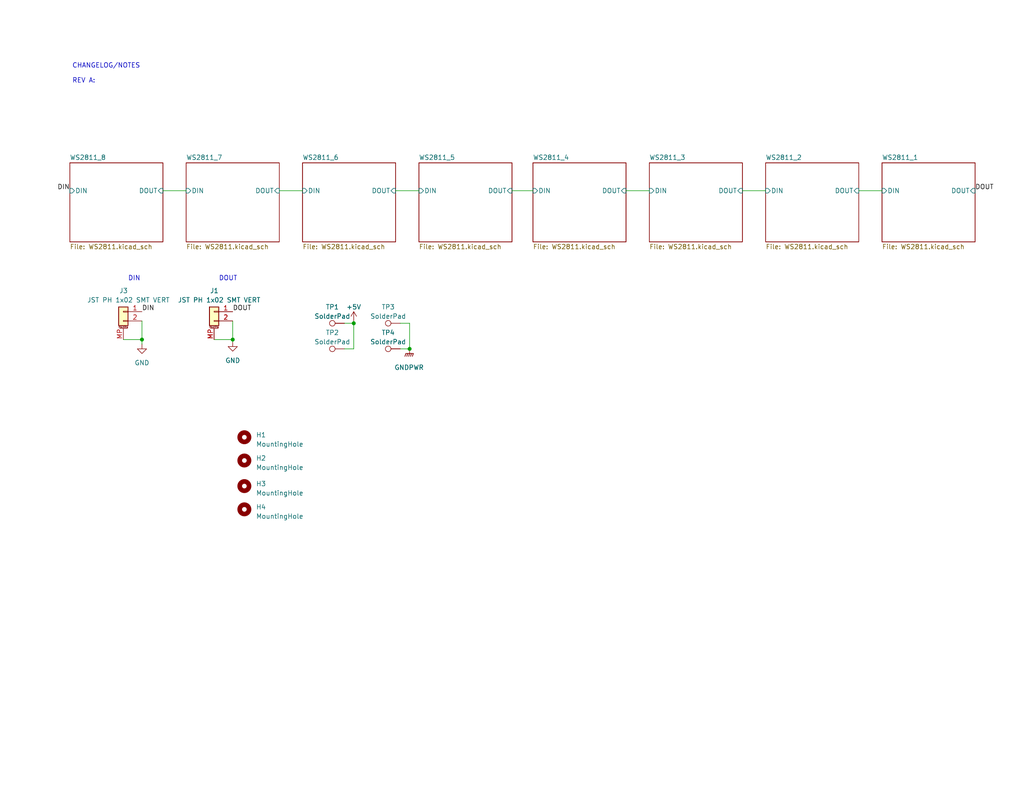
<source format=kicad_sch>
(kicad_sch (version 20230121) (generator eeschema)
  (paper "USLetter")
  (title_block (title "Main"))
  (lib_symbols
    (symbol "Connector:TestPoint" (pin_numbers hide) (pin_names (offset 0.762) hide)
      (property "Reference" "TP" (at 0 6.858 0))
      (property "Value" "TestPoint" (at 0 5.08 0))
      (symbol "TestPoint_0_1"
        (circle (center 0 3.302) (radius 0.762))
      )
      (symbol "TestPoint_1_1"
        (pin passive line (at 0 0 90) (length 2.54) (name "1") (number "1"))
      )
    )
    (symbol "Connector_Generic_MountingPin:Conn_01x02_MountingPin" (pin_names (offset 1.016) hide)
      (property "Reference" "J" (at 0 2.54 0))
      (property "Value" "Conn_01x02_MountingPin" (at 1.27 -5.08 0))
      (symbol "Conn_01x02_MountingPin_1_1"
        (rectangle (start -1.27 -2.413) (end 0 -2.667) (stroke (width 0.1524)))
        (rectangle (start -1.27 0.127) (end 0 -0.127) (stroke (width 0.1524)))
        (rectangle (start -1.27 1.27) (end 1.27 -3.81) (stroke (width 0.254)) (fill (type background)))
        (polyline (pts (xy -1.016 -4.572) (xy 1.016 -4.572)) (stroke (width 0.1524)))
        (text "Mounting" (at 0 -4.191 0) (effects (font (size 0.381 0.381))))
        (pin passive line (at -5.08 0 0) (length 3.81) (name "Pin_1") (number "1"))
        (pin passive line (at -5.08 -2.54 0) (length 3.81) (name "Pin_2") (number "2"))
        (pin passive line (at 0 -7.62 90) (length 3.048) (name "MountPin") (number "MP"))
      )
    )
    (symbol "Mechanical:MountingHole" (pin_names (offset 1.016))
      (property "Reference" "H" (at 0 5.08 0))
      (property "Value" "MountingHole" (at 0 3.175 0))
      (symbol "MountingHole_0_1"
        (circle (center 0 0) (radius 1.27) (stroke (width 1.27)))
      )
    )
    (symbol "power:+5V" (power) (pin_names (offset 0))
      (property "Value" "+5V" (at 0 3.556 0))
      (symbol "+5V_0_1"
        (polyline (pts (xy -0.762 1.27) (xy 0 2.54)))
        (polyline (pts (xy 0 0) (xy 0 2.54)))
        (polyline (pts (xy 0 2.54) (xy 0.762 1.27)))
      )
      (symbol "+5V_1_1"
        (pin power_in line (at 0 0 90) (length 0) hide (name "+5V") (number "1"))
      )
    )
    (symbol "power:GND" (power) (pin_names (offset 0))
      (property "Value" "GND" (at 0 -3.81 0))
      (symbol "GND_0_1"
        (polyline (pts (xy 0 0) (xy 0 -1.27) (xy 1.27 -1.27) (xy 0 -2.54) (xy -1.27 -1.27) (xy 0 -1.27)))
      )
      (symbol "GND_1_1"
        (pin power_in line (at 0 0 270) (length 0) hide (name "GND") (number "1"))
      )
    )
    (symbol "power:GNDPWR" (power) (pin_names (offset 0))
      (property "Value" "GNDPWR" (at 0 -3.302 0))
      (symbol "GNDPWR_0_1"
        (polyline (pts (xy 0 -1.27) (xy 0 0)))
        (polyline (pts (xy -1.016 -1.27) (xy -1.27 -2.032) (xy -1.27 -2.032)) (stroke (width 0.2032)))
        (polyline (pts (xy -0.508 -1.27) (xy -0.762 -2.032) (xy -0.762 -2.032)) (stroke (width 0.2032)))
        (polyline (pts (xy 0 -1.27) (xy -0.254 -2.032) (xy -0.254 -2.032)) (stroke (width 0.2032)))
        (polyline (pts (xy 0.508 -1.27) (xy 0.254 -2.032) (xy 0.254 -2.032)) (stroke (width 0.2032)))
        (polyline (pts (xy 1.016 -1.27) (xy -1.016 -1.27) (xy -1.016 -1.27)) (stroke (width 0.2032)))
        (polyline (pts (xy 1.016 -1.27) (xy 0.762 -2.032) (xy 0.762 -2.032) (xy 0.762 -2.032)) (stroke (width 0.2032)))
      )
      (symbol "GNDPWR_1_1"
        (pin power_in line (at 0 0 270) (length 0) hide (name "GNDPWR") (number "1"))
      )
    )
  )
  (junction (at 111.76 95.25))
  (junction (at 38.735 92.71))
  (junction (at 96.52 88.265))
  (junction (at 63.5 92.71))
  (wire (pts (xy 109.22 95.25) (xy 111.76 95.25)))
  (wire (pts (xy 63.5 92.71) (xy 63.5 87.63)))
  (wire (pts (xy 58.42 92.71) (xy 63.5 92.71)))
  (wire (pts (xy 107.95 52.07) (xy 114.3 52.07)))
  (wire (pts (xy 33.655 92.71) (xy 38.735 92.71)))
  (wire (pts (xy 170.815 52.07) (xy 177.165 52.07)))
  (wire (pts (xy 38.735 93.98) (xy 38.735 92.71)))
  (wire (pts (xy 96.52 88.265) (xy 96.52 87.63)))
  (wire (pts (xy 76.2 52.07) (xy 82.55 52.07)))
  (wire (pts (xy 93.98 88.265) (xy 96.52 88.265)))
  (wire (pts (xy 44.45 52.07) (xy 50.8 52.07)))
  (wire (pts (xy 63.5 93.345) (xy 63.5 92.71)))
  (wire (pts (xy 139.7 52.07) (xy 145.415 52.07)))
  (wire (pts (xy 111.76 88.265) (xy 111.76 95.25)))
  (wire (pts (xy 38.735 92.71) (xy 38.735 87.63)))
  (wire (pts (xy 234.315 52.07) (xy 240.665 52.07)))
  (wire (pts (xy 109.22 88.265) (xy 111.76 88.265)))
  (wire (pts (xy 96.52 88.265) (xy 96.52 95.25)))
  (wire (pts (xy 202.565 52.07) (xy 208.915 52.07)))
  (wire (pts (xy 93.98 95.25) (xy 96.52 95.25)))
  (text "DOUT\n" (at 59.69 76.835 0) (effects (font (size 1.27 1.27)) (justify left bottom)))
  (text "DIN\n" (at 34.925 76.835 0) (effects (font (size 1.27 1.27)) (justify left bottom)))
  (text "CHANGELOG/NOTES\n\nREV A: " (at 19.685 22.86 0) (effects (font (size 1.27 1.27)) (justify left bottom)))
  (label "DIN" (at 38.735 85.09 0))
  (label "DIN" (at 19.05 52.07 180))
  (label "DOUT" (at 63.5 85.09 0))
  (label "DOUT" (at 266.065 52.07 0))
  (symbol (lib_id "Connector_Generic_MountingPin:Conn_01x02_MountingPin") (at 33.655 85.09 0) (mirror y) (unit 1)
    (property "Reference" "J3" (at 34.925 79.375 0) (effects (justify left)))
    (property "Value" "JST PH 1x02 SMT VERT" (at 46.355 81.915 0) (effects (justify left)))
    (property "Footprint" "Connector_JST:JST_PH_B2B-PH-SM4-TB_1x02-1MP_P2.00mm_Vertical" (effects hide))
  )
  (symbol (lib_id "Connector:TestPoint") (at 109.22 88.265 90) (unit 1) (in_bom no)
    (property "Reference" "TP3" (at 105.918 83.82 90))
    (property "Value" "SolderPad" (at 105.918 86.36 90))
    (property "Footprint" "TestPoint:TestPoint_Pad_D4.0mm" (effects hide))
  )
  (symbol (lib_id "Connector:TestPoint") (at 93.98 88.265 90) (unit 1) (in_bom no)
    (property "Reference" "TP1" (at 90.678 83.82 90))
    (property "Value" "SolderPad" (at 90.678 86.36 90))
    (property "Footprint" "TestPoint:TestPoint_Pad_D4.0mm" (effects hide))
  )
  (symbol (lib_id "Connector:TestPoint") (at 109.22 95.25 90) (unit 1) (in_bom no)
    (property "Reference" "TP4" (at 105.918 90.805 90))
    (property "Value" "SolderPad" (at 105.918 93.345 90))
    (property "Footprint" "TestPoint:TestPoint_Pad_D4.0mm" (effects hide))
  )
  (symbol (lib_id "power:+5V") (at 96.52 87.63 0) (unit 1)
    (property "Reference" "#PWR067" (effects hide))
    (property "Value" "+5V" (at 96.52 83.82 0))
  )
  (symbol (lib_id "Mechanical:MountingHole") (at 66.675 119.38 0) (unit 1)
    (property "Reference" "H1" (at 69.85 118.745 0) (effects (justify left)))
    (property "Value" "MountingHole" (at 69.85 121.285 0) (effects (justify left)))
    (property "Footprint" "MountingHole:MountingHole_3.2mm_M3_DIN965_Pad_TopOnly" (effects hide))
  )
  (symbol (lib_id "Connector:TestPoint") (at 93.98 95.25 90) (unit 1) (in_bom no)
    (property "Reference" "TP2" (at 90.678 90.805 90))
    (property "Value" "SolderPad" (at 90.678 93.345 90))
    (property "Footprint" "TestPoint:TestPoint_Pad_D4.0mm" (effects hide))
  )
  (symbol (lib_id "power:GND") (at 38.735 93.98 0) (unit 1)
    (property "Reference" "#PWR065" (effects hide))
    (property "Value" "GND" (at 38.735 99.06 0))
  )
  (symbol (lib_id "Mechanical:MountingHole") (at 66.675 139.065 0) (unit 1)
    (property "Reference" "H4" (at 69.85 138.43 0) (effects (justify left)))
    (property "Value" "MountingHole" (at 69.85 140.97 0) (effects (justify left)))
    (property "Footprint" "MountingHole:MountingHole_3.2mm_M3_DIN965_Pad_TopOnly" (effects hide))
  )
  (symbol (lib_id "power:GNDPWR") (at 111.76 95.25 0) (unit 1)
    (property "Reference" "#PWR068" (effects hide))
    (property "Value" "GNDPWR" (at 111.633 100.33 0))
  )
  (symbol (lib_id "Connector_Generic_MountingPin:Conn_01x02_MountingPin") (at 58.42 85.09 0) (mirror y) (unit 1)
    (property "Reference" "J1" (at 59.69 79.375 0) (effects (justify left)))
    (property "Value" "JST PH 1x02 SMT VERT" (at 71.12 81.915 0) (effects (justify left)))
    (property "Footprint" "Connector_JST:JST_PH_B2B-PH-SM4-TB_1x02-1MP_P2.00mm_Vertical" (effects hide))
  )
  (symbol (lib_id "power:GND") (at 63.5 93.345 0) (unit 1)
    (property "Reference" "#PWR066" (effects hide))
    (property "Value" "GND" (at 63.5 98.425 0))
  )
  (symbol (lib_id "Mechanical:MountingHole") (at 66.675 132.715 0) (unit 1)
    (property "Reference" "H3" (at 69.85 132.08 0) (effects (justify left)))
    (property "Value" "MountingHole" (at 69.85 134.62 0) (effects (justify left)))
    (property "Footprint" "MountingHole:MountingHole_3.2mm_M3_DIN965_Pad_TopOnly" (effects hide))
  )
  (symbol (lib_id "Mechanical:MountingHole") (at 66.675 125.73 0) (unit 1)
    (property "Reference" "H2" (at 69.85 125.095 0) (effects (justify left)))
    (property "Value" "MountingHole" (at 69.85 127.635 0) (effects (justify left)))
    (property "Footprint" "MountingHole:MountingHole_3.2mm_M3_DIN965_Pad_TopOnly" (effects hide))
  )
  (sheet (at 114.3 44.45) (size 25.4 21.59) (stroke (width 0.1524))
    (property "Sheetname" "WS2811_5" (at 114.3 43.7384 0) (effects (justify left bottom)))
    (property "Sheetfile" "WS2811.kicad_sch" (at 114.3 66.6246 0) (effects (justify left top)))
    (pin "DIN" input (at 114.3 52.07 180))
    (pin "DOUT" input (at 139.7 52.07 0))
  )
  (sheet (at 19.05 44.45) (size 25.4 21.59) (stroke (width 0.1524))
    (property "Sheetname" "WS2811_8" (at 19.05 43.7384 0) (effects (justify left bottom)))
    (property "Sheetfile" "WS2811.kicad_sch" (at 19.05 66.6246 0) (effects (justify left top)))
    (pin "DIN" input (at 19.05 52.07 180))
    (pin "DOUT" input (at 44.45 52.07 0))
  )
  (sheet (at 50.8 44.45) (size 25.4 21.59) (stroke (width 0.1524))
    (property "Sheetname" "WS2811_7" (at 50.8 43.7384 0) (effects (justify left bottom)))
    (property "Sheetfile" "WS2811.kicad_sch" (at 50.8 66.6246 0) (effects (justify left top)))
    (pin "DIN" input (at 50.8 52.07 180))
    (pin "DOUT" input (at 76.2 52.07 0))
  )
  (sheet (at 208.915 44.45) (size 25.4 21.59) (stroke (width 0.1524))
    (property "Sheetname" "WS2811_2" (at 208.915 43.7384 0) (effects (justify left bottom)))
    (property "Sheetfile" "WS2811.kicad_sch" (at 208.915 66.6246 0) (effects (justify left top)))
    (pin "DIN" input (at 208.915 52.07 180))
    (pin "DOUT" input (at 234.315 52.07 0))
  )
  (sheet (at 82.55 44.45) (size 25.4 21.59) (stroke (width 0.1524))
    (property "Sheetname" "WS2811_6" (at 82.55 43.7384 0) (effects (justify left bottom)))
    (property "Sheetfile" "WS2811.kicad_sch" (at 82.55 66.6246 0) (effects (justify left top)))
    (pin "DIN" input (at 82.55 52.07 180))
    (pin "DOUT" input (at 107.95 52.07 0))
  )
  (sheet (at 240.665 44.45) (size 25.4 21.59) (stroke (width 0.1524))
    (property "Sheetname" "WS2811_1" (at 240.665 43.7384 0) (effects (justify left bottom)))
    (property "Sheetfile" "WS2811.kicad_sch" (at 240.665 66.6246 0) (effects (justify left top)))
    (pin "DIN" input (at 240.665 52.07 180))
    (pin "DOUT" input (at 266.065 52.07 0))
  )
  (sheet (at 145.415 44.45) (size 25.4 21.59) (stroke (width 0.1524))
    (property "Sheetname" "WS2811_4" (at 145.415 43.7384 0) (effects (justify left bottom)))
    (property "Sheetfile" "WS2811.kicad_sch" (at 145.415 66.6246 0) (effects (justify left top)))
    (pin "DIN" input (at 145.415 52.07 180))
    (pin "DOUT" input (at 170.815 52.07 0))
  )
  (sheet (at 177.165 44.45) (size 25.4 21.59) (stroke (width 0.1524))
    (property "Sheetname" "WS2811_3" (at 177.165 43.7384 0) (effects (justify left bottom)))
    (property "Sheetfile" "WS2811.kicad_sch" (at 177.165 66.6246 0) (effects (justify left top)))
    (pin "DIN" input (at 177.165 52.07 180))
    (pin "DOUT" input (at 202.565 52.07 0))
  )
)
</source>
